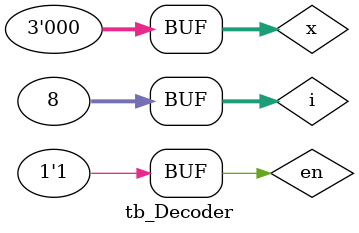
<source format=v>
`timescale 1ns/10ps

module tb_Decoder;
	reg [2:0]	x;
	reg	en;
	wire [7:0]	D;
	integer	i;

	Decoder tb(.x(x), .en(en), .D(D));
	
	initial
		begin
			$dumpfile("test_Decoder_out_vcd");
			$dumpvars(-1, tb);
			$monitor("%b", D);
		end

	initial
		begin
			en = 1'b0;
			x = 3'b000;

			#100;

			en = 1'b1;

			#50;

			for (i = 0; i <= 7; i = i+1)
				begin
				#50  x = x + 1;
				end

			#50;

		end
endmodule
</source>
